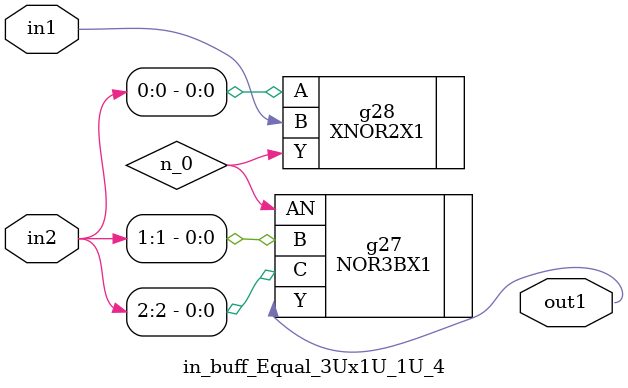
<source format=v>
`timescale 1ps / 1ps


module in_buff_Equal_3Ux1U_1U_4(in2, in1, out1);
  input [2:0] in2;
  input in1;
  output out1;
  wire [2:0] in2;
  wire in1;
  wire out1;
  wire n_0;
  NOR3BX1 g27(.AN (n_0), .B (in2[1]), .C (in2[2]), .Y (out1));
  XNOR2X1 g28(.A (in2[0]), .B (in1), .Y (n_0));
endmodule



</source>
